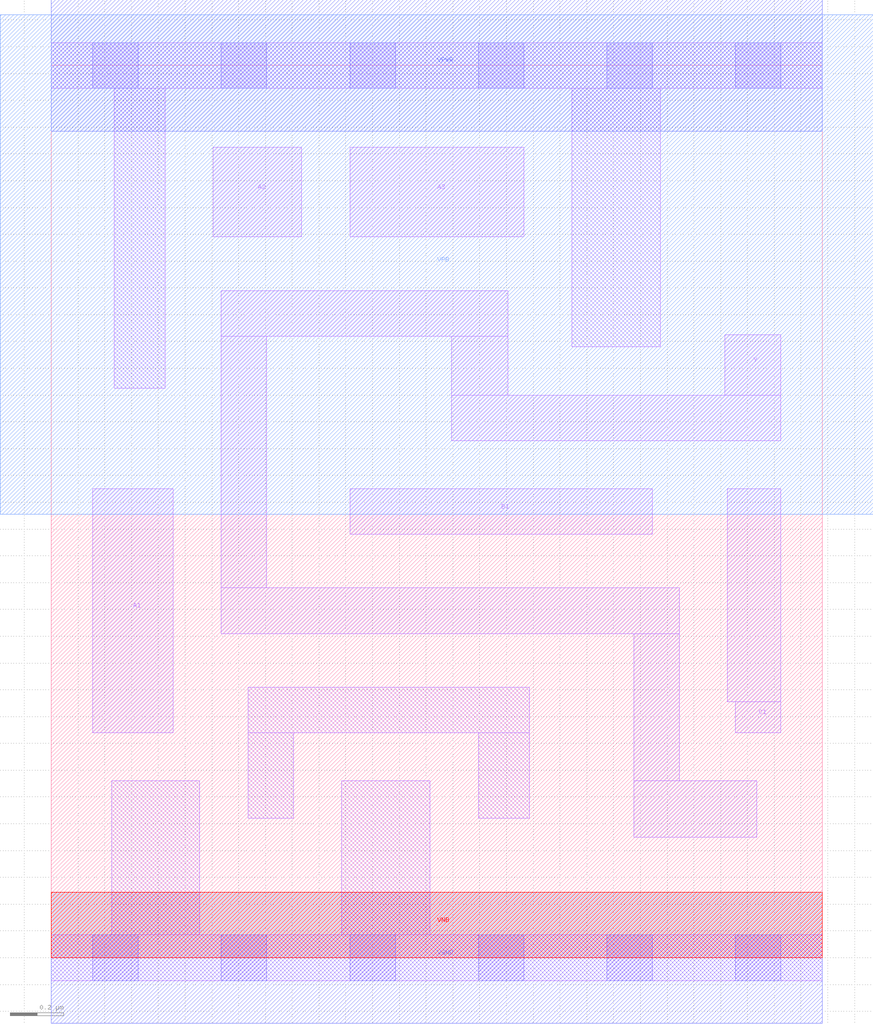
<source format=lef>
# Copyright 2020 The SkyWater PDK Authors
#
# Licensed under the Apache License, Version 2.0 (the "License");
# you may not use this file except in compliance with the License.
# You may obtain a copy of the License at
#
#     https://www.apache.org/licenses/LICENSE-2.0
#
# Unless required by applicable law or agreed to in writing, software
# distributed under the License is distributed on an "AS IS" BASIS,
# WITHOUT WARRANTIES OR CONDITIONS OF ANY KIND, either express or implied.
# See the License for the specific language governing permissions and
# limitations under the License.
#
# SPDX-License-Identifier: Apache-2.0

VERSION 5.7 ;
  NOWIREEXTENSIONATPIN ON ;
  DIVIDERCHAR "/" ;
  BUSBITCHARS "[]" ;
MACRO sky130_fd_sc_lp__o311ai_m
  CLASS CORE ;
  FOREIGN sky130_fd_sc_lp__o311ai_m ;
  ORIGIN  0.000000  0.000000 ;
  SIZE  2.880000 BY  3.330000 ;
  SYMMETRY X Y R90 ;
  SITE unit ;
  PIN A1
    ANTENNAGATEAREA  0.126000 ;
    DIRECTION INPUT ;
    USE SIGNAL ;
    PORT
      LAYER li1 ;
        RECT 0.155000 0.840000 0.455000 1.750000 ;
    END
  END A1
  PIN A2
    ANTENNAGATEAREA  0.126000 ;
    DIRECTION INPUT ;
    USE SIGNAL ;
    PORT
      LAYER li1 ;
        RECT 0.605000 2.690000 0.935000 3.025000 ;
    END
  END A2
  PIN A3
    ANTENNAGATEAREA  0.126000 ;
    DIRECTION INPUT ;
    USE SIGNAL ;
    PORT
      LAYER li1 ;
        RECT 1.115000 2.690000 1.765000 3.025000 ;
    END
  END A3
  PIN B1
    ANTENNAGATEAREA  0.126000 ;
    DIRECTION INPUT ;
    USE SIGNAL ;
    PORT
      LAYER li1 ;
        RECT 1.115000 1.580000 2.245000 1.750000 ;
    END
  END B1
  PIN C1
    ANTENNAGATEAREA  0.126000 ;
    DIRECTION INPUT ;
    USE SIGNAL ;
    PORT
      LAYER li1 ;
        RECT 2.525000 0.955000 2.725000 1.750000 ;
        RECT 2.555000 0.840000 2.725000 0.955000 ;
    END
  END C1
  PIN Y
    ANTENNADIFFAREA  0.340200 ;
    DIRECTION OUTPUT ;
    USE SIGNAL ;
    PORT
      LAYER li1 ;
        RECT 0.635000 1.210000 2.345000 1.380000 ;
        RECT 0.635000 1.380000 0.805000 2.320000 ;
        RECT 0.635000 2.320000 1.705000 2.490000 ;
        RECT 1.495000 1.930000 2.725000 2.100000 ;
        RECT 1.495000 2.100000 1.705000 2.320000 ;
        RECT 2.175000 0.450000 2.635000 0.660000 ;
        RECT 2.175000 0.660000 2.345000 1.210000 ;
        RECT 2.515000 2.100000 2.725000 2.325000 ;
    END
  END Y
  PIN VGND
    DIRECTION INOUT ;
    USE GROUND ;
    PORT
      LAYER met1 ;
        RECT 0.000000 -0.245000 2.880000 0.245000 ;
    END
  END VGND
  PIN VNB
    DIRECTION INOUT ;
    USE GROUND ;
    PORT
      LAYER pwell ;
        RECT 0.000000 0.000000 2.880000 0.245000 ;
    END
  END VNB
  PIN VPB
    DIRECTION INOUT ;
    USE POWER ;
    PORT
      LAYER nwell ;
        RECT -0.190000 1.655000 3.070000 3.520000 ;
    END
  END VPB
  PIN VPWR
    DIRECTION INOUT ;
    USE POWER ;
    PORT
      LAYER met1 ;
        RECT 0.000000 3.085000 2.880000 3.575000 ;
    END
  END VPWR
  OBS
    LAYER li1 ;
      RECT 0.000000 -0.085000 2.880000 0.085000 ;
      RECT 0.000000  3.245000 2.880000 3.415000 ;
      RECT 0.225000  0.085000 0.555000 0.660000 ;
      RECT 0.235000  2.125000 0.425000 3.245000 ;
      RECT 0.735000  0.520000 0.905000 0.840000 ;
      RECT 0.735000  0.840000 1.785000 1.010000 ;
      RECT 1.085000  0.085000 1.415000 0.660000 ;
      RECT 1.595000  0.520000 1.785000 0.840000 ;
      RECT 1.945000  2.280000 2.275000 3.245000 ;
    LAYER mcon ;
      RECT 0.155000 -0.085000 0.325000 0.085000 ;
      RECT 0.155000  3.245000 0.325000 3.415000 ;
      RECT 0.635000 -0.085000 0.805000 0.085000 ;
      RECT 0.635000  3.245000 0.805000 3.415000 ;
      RECT 1.115000 -0.085000 1.285000 0.085000 ;
      RECT 1.115000  3.245000 1.285000 3.415000 ;
      RECT 1.595000 -0.085000 1.765000 0.085000 ;
      RECT 1.595000  3.245000 1.765000 3.415000 ;
      RECT 2.075000 -0.085000 2.245000 0.085000 ;
      RECT 2.075000  3.245000 2.245000 3.415000 ;
      RECT 2.555000 -0.085000 2.725000 0.085000 ;
      RECT 2.555000  3.245000 2.725000 3.415000 ;
  END
END sky130_fd_sc_lp__o311ai_m
END LIBRARY

</source>
